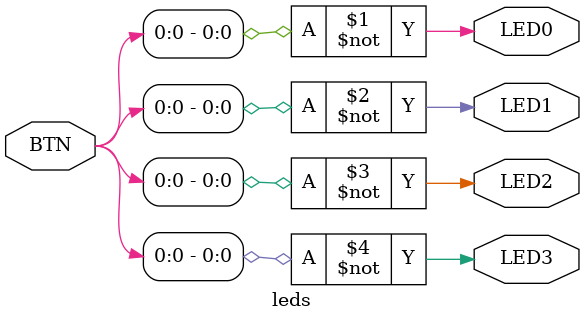
<source format=v>

module leds(output wire LED0,
            output wire LED1,
            output wire LED2,
            output wire LED3,
            input wire [3:0] BTN);




assign LED0 = ~BTN[0];
assign LED1 = ~BTN[0];
assign LED2 = ~BTN[0];
assign LED3 = ~BTN[0];

endmodule

</source>
